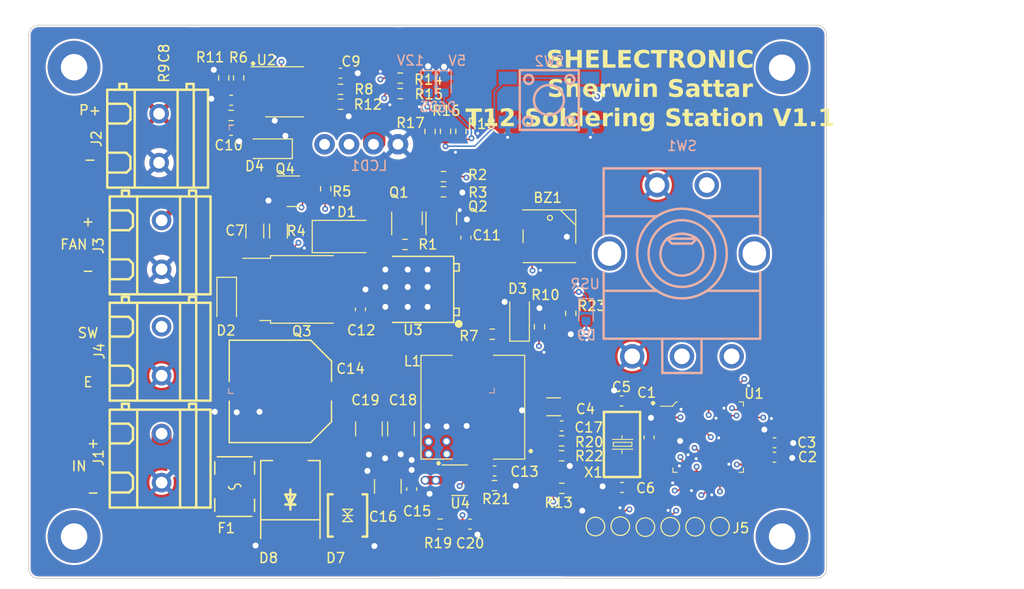
<source format=kicad_pcb>
(kicad_pcb (version 20221018) (generator pcbnew)
  (layers (0 "F.Cu" mixed) (1 "In1.Cu" power) (2 "In2.Cu" signal) (31 "B.Cu" power) (34 "B.Paste" user) (35 "F.Paste" user) (36 "B.SilkS" user "B.Silkscreen") (37 "F.SilkS" user "F.Silkscreen") (38 "B.Mask" user) (39 "F.Mask" user) (44 "Edge.Cuts" user))
  (net 0 "")
  (net 1 "GND")
  (net 2 "5V")
  (net 3 "AREF")
  (net 4 "XTAL1")
  (net 5 "XTAL2")
  (net 6 "Net-(D1-K)")
  (net 7 "P+")
  (net 8 "Net-(D4-A)")
  (net 9 "12V")
  (net 10 "Vin")
  (net 11 "Net-(U4-BOOT)")
  (net 12 "Net-(U4-SW)")
  (net 13 "Net-(U4-FB)")
  (net 14 "Net-(D2-K)")
  (net 15 "ADC1")
  (net 16 "Net-(D5-A)")
  (net 17 "Net-(D6-A)")
  (net 18 "Net-(F1-Pad1)")
  (net 19 "FAN")
  (net 20 "D10")
  (net 21 "Net-(Q1-G)")
  (net 22 "Net-(Q2-B)")
  (net 23 "Net-(Q4-B)")
  (net 24 "D4")
  (net 25 "D9")
  (net 26 "ADC0")
  (net 27 "Net-(U2--IN_A)")
  (net 28 "Net-(U2-+IN_B)")
  (net 29 "SDA")
  (net 30 "SCL")
  (net 31 "RESET")
  (net 32 "Net-(U4-EN)")
  (net 33 "D5")
  (net 35 "D6")
  (net 36 "D7")
  (net 37 "D8")
  (net 38 "MOSI")
  (net 39 "MISO")
  (net 40 "SCK")
  (net 47 "Net-(U2--IN_B)")
  (net 49 "Net-(D9-K)")
  (net 50 "Net-(D9-A)")
  (footprint "SHERWIN_FOOTPRINT:Buzzer" (layer "F.Cu") (at 150.3426 111.5314)
    (fp_text reference "BZ1")
    (fp_text value "~")
  )
  (footprint "Capacitor_SMD:C_0603_1608Metric" (layer "F.Cu") (at 142.253 150.2156)
    (fp_text reference "C20")
    (fp_text value "100n")
  )
  (footprint "Resistor_SMD:R_0603_1608Metric" (layer "F.Cu") (at 139.549 116.2568 180)
    (fp_text reference "R3")
    (fp_text value "10k")
  )
  (footprint "Diode_SMD:D_SMA" (layer "F.Cu") (at 129.643 120.8278)
    (fp_text reference "D1")
    (fp_text value "D_Schottky_SS54")
  )
  (footprint "Diode_SMD:D_SOD-123" (layer "F.Cu") (at 117.3988 127.3556 -90)
    (fp_text reference "D2")
    (fp_text value "D_Zener_18V")
  )
  (footprint "easyeda2kicad:CAP-SMD_BD10.0-L10.3-W10.3-LS10.9-FD" (layer "F.Cu") (at 122.8852 136.652 180)
    (fp_text reference "C14")
    (fp_text value "680uF")
  )
  (footprint "Capacitor_SMD:C_1210_3225Metric" (layer "F.Cu") (at 131.9276 140.4874 -90)
    (fp_text reference "C19")
    (fp_text value "22u")
  )
  (footprint "Capacitor_SMD:C_0603_1608Metric" (layer "F.Cu") (at 129.019 104.14 180)
    (fp_text reference "C9")
    (fp_text value "100n")
  )
  (footprint "MountingHole:MountingHole_2.7mm_M2.5_Pad_TopBottom" (layer "F.Cu") (at 174.1424 103.5812)
    (fp_text reference "H3" hide)
    (fp_text value "MountingHole")
  )
  (footprint "Resistor_SMD:R_0603_1608Metric" (layer "F.Cu") (at 135.128 104.648)
    (fp_text reference "R14")
    (fp_text value "10k")
  )
  (footprint "Package_TO_SOT_SMD:SOT-23-6" (layer "F.Cu") (at 141.1931 145.7296)
    (fp_text reference "U4")
    (fp_text value "TPS54202H")
  )
  (footprint "Capacitor_SMD:C_0603_1608Metric" (layer "F.Cu") (at 173.359 143.377 180)
    (fp_text reference "C2")
    (fp_text value "100n")
  )
  (footprint "Resistor_SMD:R_0603_1608Metric" (layer "F.Cu") (at 139.5476 114.7064 180)
    (fp_text reference "R2")
    (fp_text value "1k")
  )
  (footprint "Capacitor_SMD:C_0603_1608Metric" (layer "F.Cu") (at 157.734 137.632)
    (fp_text reference "C5")
    (fp_text value "22p")
  )
  (footprint "Capacitor_SMD:C_1206_3216Metric" (layer "F.Cu") (at 120.269 120.269 -90)
    (fp_text reference "C7")
    (fp_text value "10u")
  )
  (footprint "Resistor_SMD:R_0603_1608Metric" (layer "F.Cu") (at 139.7508 110.0836 90)
    (fp_text reference "R16")
    (fp_text value "10k")
  )
  (footprint "Resistor_SMD:R_0603_1608Metric" (layer "F.Cu") (at 144.526 130.81 180)
    (fp_text reference "R7")
    (fp_text value "47k")
  )
  (footprint "Capacitor_SMD:C_0603_1608Metric" (layer "F.Cu") (at 131.064 128.27 90)
    (fp_text reference "C12")
    (fp_text value "330n")
  )
  (footprint "Package_SO:SOIC-8_3.9x4.9mm_P1.27mm" (layer "F.Cu") (at 123.317 106.045)
    (fp_text reference "U2")
    (fp_text value "OPA2333AIDR")
  )
  (footprint "MountingHole:MountingHole_2.7mm_M2.5_Pad_TopBottom" (layer "F.Cu") (at 101.8032 103.5304)
    (fp_text reference "H1" hide)
    (fp_text value "MountingHole")
  )
  (footprint "Capacitor_SMD:C_0603_1608Metric" (layer "F.Cu") (at 160.5534 141.351 -90)
    (fp_text reference "C1")
    (fp_text value "100n")
  )
  (footprint "SHERWIN_FOOTPRINT:ISP_1x6" (layer "F.Cu") (at 172.8724 150.4804 -90)
    (fp_text reference "J5")
    (fp_text value "~")
  )
  (footprint "Resistor_SMD:R_0603_1608Metric" (layer "F.Cu") (at 151.638 146.558)
    (fp_text reference "R13")
    (fp_text value "10k")
  )
  (footprint "Resistor_SMD:R_0603_1608Metric" (layer "F.Cu") (at 135.128 106.235)
    (fp_text reference "R15")
    (fp_text value "10k")
  )
  (footprint "Capacitor_SMD:C_1210_3225Metric" (layer "F.Cu") (at 135.2042 140.4874 -90)
    (fp_text reference "C18")
    (fp_text value "22u")
  )
  (footprint "Inductor_SMD:L_10.4x10.4_H4.8" (layer "F.Cu") (at 142.5448 138.2678 90)
    (fp_text reference "L1")
    (fp_text value "15u")
  )
  (footprint "Capacitor_SMD:C_0603_1608Metric" (layer "F.Cu") (at 136.2964 146.6342 90)
    (fp_text reference "C15")
    (fp_text value "100n")
  )
  (footprint "Resistor_SMD:R_0603_1608Metric" (layer "F.Cu") (at 151.6126 141.7066 180)
    (fp_text reference "R20")
    (fp_text value "100k")
  )
  (footprint "Resistor_SMD:R_0603_1608Metric" (layer "F.Cu") (at 139.205 150.2156)
    (fp_text reference "R19")
    (fp_text value "510k")
  )
  (footprint "Diode_SMD:D_SOD-123" (layer "F.Cu") (at 121.7412 111.8616 180)
    (fp_text reference "D4")
    (fp_text value "1N4148W")
  )
  (footprint "Capacitor_SMD:C_0603_1608Metric" (layer "F.Cu") (at 117.856 106.9086)
    (fp_text reference "C8")
    (fp_text value "2.2n")
  )
  (footprint "Package_TO_SOT_SMD:TO-252-2" (layer "F.Cu") (at 125.182 126.232)
    (fp_text reference "Q3")
    (fp_text value "IRLR7843TRPBF")
  )
  (footprint "easyeda2kicad:CONN-TH_2P-P5.00_WJ128V-5.0-2P" (layer "F.Cu") (at 110.744 132.548 -90)
    (fp_text reference "J4")
    (fp_text value "SW E IRON")
  )
  (footprint "Resistor_SMD:R_0603_1608Metric" (layer "F.Cu") (at 127.508 115.951 90)
    (fp_text reference "R5")
    (fp_text value "10k")
  )
  (footprint "Capacitor_SMD:C_0603_1608Metric" (layer "F.Cu") (at 157.7848 146.4712)
    (fp_text reference "C6")
    (fp_text value "22p")
  )
  (footprint "easyeda2kicad:CONN-TH_2P-P5.00_WJ128V-5.0-2P" (layer "F.Cu") (at 110.744 121.6844 -90)
    (fp_text reference "J3")
    (fp_text value "+12V FAN")
  )
  (footprint "Package_TO_SOT_SMD:SOT-23" (layer "F.Cu") (at 135.8138 118.9713 90)
    (fp_text reference "Q1")
    (fp_text value "PMOS")
  )
  (footprint "Capacitor_SMD:C_0603_1608Metric" (layer "F.Cu") (at 173.3714 141.9038 180)
    (fp_text reference "C3")
    (fp_text value "100n")
  )
  (footprint "Capacitor_SMD:C_1206_3216Metric" (layer "F.Cu") (at 150.7998 138.2268)
    (fp_text reference "C4")
    (fp_text value "47u")
  )
  (footprint "Capacitor_SMD:C_0603_1608Metric" (layer "F.Cu") (at 151.6126 140.1826 180)
    (fp_text reference "C17")
    (fp_text value "75p")
  )
  (footprint "Capacitor_SMD:C_1210_3225Metric" (layer "F.Cu") (at 133.858 146.3548 90)
    (fp_text reference "C16")
    (fp_text value "10u")
  )
  (footprint "Resistor_SMD:R_0603_1608Metric" (layer "F.Cu") (at 152.5524 128.6886 -90)
    (fp_text reference "R23")
    (fp_text value "1.5k")
  )
  (footprint "easyeda2kicad:TO-252-2_L6.5-W6.1-P4.58-LS10.0-TL" (layer "F.Cu") (at 138.783 126.218)
    (fp_text reference "U3")
    (fp_text value "L78M12CDT-TR")
  )
  (footprint "Capacitor_SMD:C_0603_1608Metric" (layer "F.Cu") (at 141.8336 120.9424 90)
    (fp_text reference "C11")
    (fp_text value "100n")
  )
  (footprint "Resistor_SMD:R_0603_1608Metric" (layer "F.Cu") (at 144.7546 146.2786)
    (fp_text reference "R21")
    (fp_text value "100k")
  )
  (footprint "digikey-footprints:TQFP-32_7x7mm" (layer "F.Cu") (at 166.5896 141.3196)
    (fp_text reference "U1")
    (fp_text value "ATMEGA328PB-AU")
  )
  (footprint "easyeda2kicad:F1812" (layer "F.Cu") (at 118.2116 146.3804 90)
    (fp_text reference "F1")
    (fp_text value "1812L300/24GR")
  )
  (footprint "easyeda2kicad:CONN-TH_2P-P5.00_WJ128V-5.0-2P" (layer "F.Cu") (at 110.49 110.784 -90)
    (fp_text reference "J2")
    (fp_text value "P+ P- IRON")
  )
  (footprint "Resistor_SMD:R_0603_1608Metric" (layer "F.Cu") (at 129.032 107.315 180)
    (fp_text reference "R12")
    (fp_text value "10k")
  )
  (footprint "MountingHole:MountingHole_2.7mm_M2.5_Pad_TopBottom" (layer "F.Cu") (at 174.1424 151.4856)
    (fp_text reference "H4" hide)
    (fp_text value "MountingHole")
  )
  (footprint "Resistor_SMD:R_0603_1608Metric" (layer "F.Cu") (at 118.618 104.6226 -90)
    (fp_text reference "R6")
    (fp_text value "200k")
  )
  (footprint "Capacitor_SMD:C_0603_1608Metric" (layer "F.Cu") (at 117.843 109.982 180)
    (fp_text reference "C10")
    (fp_text value "1u")
  )
  (footprint "easyeda2kicad:CONN-TH_2P-P5.00_WJ128V-5.0-2P" (layer "F.Cu") (at 110.744 143.47 -90)
    (fp_text reference "J1")
    (fp_text value "20V- 2A")
  )
  (footprint "Resistor_SMD:R_0603_1608Metric" (layer "F.Cu") (at 138.176 110.0958 90)
    (fp_text reference "R17")
    (fp_text value "8.9k")
  )
  (footprint "Package_TO_SOT_SMD:SOT-23" (layer "F.Cu") (at 139.319 118.9713 90)
    (fp_text reference "Q2")
    (fp_text value "MMBT2222A")
  )
  (footprint "Resistor_SMD:R_0603_1608Metric" (layer "F.Cu") (at 129.032 105.791 180)
    (fp_text reference "R8")
    (fp_text value "10k")
  )
  (footprint "Resistor_SMD:R_0603_1608Metric" (layer "F.Cu") (at 117.8438 108.458)
    (fp_text reference "R9")
    (fp_text value "10k")
  )
  (footprint "Capacitor_SMD:C_0603_1608Metric" (layer "F.Cu") (at 144.7676 144.78)
    (fp_text reference "C13")
    (fp_text value "100n")
  )
  (footprint "Resistor_SMD:R_0603_1608Metric" (layer "F.Cu") (at 135.6106 121.6406)
    (fp_text reference "R1")
    (fp_text value "1k")
  )
  (footprint "Package_TO_SOT_SMD:SOT-23" (layer "F.Cu") (at 124.206 116.205)
    (fp_text reference "Q4")
    (fp_text value "FMMT619")
  )
  (footprint "Diode_SMD:D_SOD-123" (layer "F.Cu") (at 147.32 129.159 90)
    (fp_text reference "D3")
    (fp_text value "D_Zener_5V1")
  )
  (footprint "easyeda2kicad:DO-214AA_L4.4-W3.6-LS5.3-BI" (layer "F.Cu") (at 129.7432 149.3268 -90)
    (fp_text reference "D7")
    (fp_text value "P6SMB")
  )
  (footprint "Resistor_SMD:R_0603_1608Metric" (layer "F.Cu") (at 117.094 104.6226 -90)
    (fp_text reference "R11")
    (fp_text value "1k")
  )
  (footprint "Resistor_SMD:R_0603_1608Metric" (layer "F.Cu") (at 149.352 130.048 -90)
    (fp_text reference "R10")
    (fp_text value "10k")
  )
  (footprint "easyeda2kicad:SMC_L6.9-W5.9-LS7.9-RD" (layer "F.Cu") (at 123.9012 147.7012 90)
    (fp_text reference "D8")
    (fp_text value "SK104C")
  )
  (footprint "MountingHole:MountingHole_2.7mm_M2.5_Pad_TopBottom" (layer "F.Cu") (at 101.8032 151.4856)
    (fp_text reference "H2" hide)
    (fp_text value "MountingHole")
  )
  (footprint "Resistor_SMD:R_0603_1608Metric" (layer "F.Cu") (at 141.3256 110.0836 -90)
    (fp_text reference "R18")
    (fp_text value "1.5k")
  )
  (footprint "easyeda2kicad:OSC-SMD_L5.0-W3.2" (layer "F.Cu") (at 157.7848 142.0696 90)
    (fp_text reference "X1")
    (fp_text value "16MHZ")
  )
  (footprint "Resistor_SMD:R_0603_1608Metric" (layer "F.Cu") (at 151.6126 143.2306)
    (fp_text reference "R22")
    (fp_text value "13.3k")
  )
  (footprint "Resistor_SMD:R_1206_3216Metric" (layer "F.Cu") (at 122.682 120.269 -90)
    (fp_text reference "R4")
    (fp_text value "1k")
  )
  (footprint "easyeda2kicad:KEY-SMD_4P-L6.0-W6.0-P4.50-LS9.0" (layer "B.Cu") (at 150.3172 106.8832 180)
    (fp_text reference "SW2")
    (fp_text value "PTS645SH50SMTR92LFS")
  )
  (footprint "easyeda2kicad:SW-TH_PEC16-4020F-S0024" (layer "B.Cu") (at 163.9062 124.32 180)
    (fp_text reference "SW1")
    (fp_text value "PEC16-4020F-S0024")
  )
  (footprint "LED_SMD:LED_0603_1608Metric" (layer "B.Cu") (at 154.1072 128.6656 -90)
    (fp_text reference "D9")
    (fp_text value "LED")
  )
  (footprint "LED_SMD:LED_0603_1608Metric" (layer "B.Cu") (at 137.9728 105.3592 -90)
    (fp_text reference "D5")
    (fp_text value "LED")
  )
  (footprint "SHERWIN_FOOTPRINT:oled0.96_4pin" (layer "B.Cu") (at 144.8816 109.2708 180)
    (fp_text reference "LCD1")
    (fp_text value "SSD1306")
  )
  (footprint "LED_SMD:LED_0603_1608Metric" (layer "B.Cu") (at 139.5984 105.3592 -90)
    (fp_text reference "D6")
    (fp_text value "LED")
  )
  (gr_arc (start 97.171079 100.235801) (mid 97.4616 99.534421) (end 98.16298 99.2439) (stroke (width 0.1)) (layer "Edge.Cuts"))
  (gr_line (start 178.663786 100.311776) (end 178.676521 154.754021) (stroke (width 0.1)) (layer "Edge.Cuts"))
  (gr_line (start 177.6748 99.2439) (end 98.1648 99.2439) (stroke (width 0.1)) (layer "Edge.Cuts"))
  (gr_arc (start 178.676521 154.754021) (mid 178.386 155.4554) (end 177.68462 155.745922) (stroke (width 0.1)) (layer "Edge.Cuts"))
  (gr_line (start 97.171079 100.235801) (end 97.171079 154.75402) (stroke (width 0.1)) (layer "Edge.Cuts"))
  (gr_line (start 177.68462 155.745922) (end 98.16298 155.745921) (stroke (width 0.1)) (layer "Edge.Cuts"))
  (gr_arc (start 98.16298 155.745921) (mid 97.4616 155.4554) (end 97.171079 154.75402) (stroke (width 0.1)) (layer "Edge.Cuts"))
  (gr_arc (start 177.6748 99.2439) (mid 178.402545 99.561817) (end 178.663786 100.311776) (stroke (width 0.1)) (layer "Edge.Cuts"))
  (gr_text "12V\n\n" (at 136.1694 103.6574) (layer "B.SilkS") (effects (font (size 1.016 1) (thickness 0.1524)) (justify mirror)))
  (gr_text "USR" (at 154.0256 125.6792) (layer "B.SilkS") (effects (font (size 1.016 1) (thickness 0.1524)) (justify mirror)))
  (gr_text "5V\n" (at 140.9446 102.87) (layer "B.SilkS") (effects (font (size 1.016 1) (thickness 0.1524)) (justify mirror)))
  (gr_text "-\n" (at 103.759 146.9644) (layer "F.SilkS") (effects (font (size 1.016 1) (thickness 0.1524))))
  (gr_text "+" (at 103.759 141.9352) (layer "F.SilkS") (effects (font (size 1.016 1) (thickness 0.1524))))
  (gr_text "SHELECTRONIC\nSherwin Sattar\nT12 Soldering Station V1.1" (at 160.655 109.855) (layer "F.SilkS") (effects (font (size 1.778 1.778) (thickness 0.1778) bold) (justify bottom)))
  (gr_text "+" (at 103.2256 119.2784) (layer "F.SilkS") (effects (font (size 1.016 1) (thickness 0.1524))))
  (gr_text "." (at 147.9042 143.0274) (layer "F.SilkS") (effects (font (size 1.524 1.5) (thickness 0.3048) bold) (justify left bottom)))
  (gr_text "FAN" (at 101.7778 121.6406) (layer "F.SilkS") (effects (font (size 1.016 1) (thickness 0.1524))))
  (gr_text "." (at 138.4808 144.272) (layer "F.SilkS") (effects (font (size 1.524 1.5) (thickness 0.3048) bold) (justify left bottom)))
  (gr_text "." (at 119.5324 103.4288) (layer "F.SilkS") (effects (font (size 1.524 1.5) (thickness 0.3048) bold) (justify left bottom)))
  (gr_text "SW" (at 103.2256 130.683) (layer "F.SilkS") (effects (font (size 1.016 1) (thickness 0.1524))))
  (gr_text "-\n" (at 103.2256 124.3076) (layer "F.SilkS") (effects (font (size 1.016 1) (thickness 0.1524))))
  (gr_text "IN" (at 102.3112 144.2974) (layer "F.SilkS") (effects (font (size 1.016 1) (thickness 0.1524))))
  (gr_text "P+" (at 103.4288 107.9246) (layer "F.SilkS") (effects (font (size 1.016 1) (thickness 0.1524))))
  (gr_text "E\n" (at 103.2256 135.7122) (layer "F.SilkS") (effects (font (size 1.016 1) (thickness 0.1524))))
  (gr_text "-\n" (at 103.4288 112.9538) (layer "F.SilkS") (effects (font (size 1.016 1) (thickness 0.1524))))
  (gr_text "." (at 160.401 138.1252) (layer "F.SilkS") (effects (font (size 1.524 1.5) (thickness 0.3048) bold) (justify left bottom)))
  (segment (start 118.3852 138.756) (end 118.4148 138.7856) (width 0.762) (layer "F.Cu") (net 1))
  (segment (start 116.84 136.652) (end 116.1796 137.3124) (width 0.762) (layer "F.Cu") (net 1))
  (segment (start 147.32 127.509) (end 145.797 127.509) (width 0.762) (layer "F.Cu") (net 1))
  (segment (start 161.5054 140.1196) (end 162.3896 140.1196) (width 0.508) (layer "F.Cu") (net 1))
  (segment (start 175.251 141.9038) (end 175.2764 141.9292) (width 0.508) (layer "F.Cu") (net 1))
  (segment (start 175.0986 143.377) (end 175.1748 143.4532) (width 0.508) (layer "F.Cu") (net 1))
  (segment (start 121.354 151.3912) (end 120.3452 152.4) (width 0.762) (layer "F.Cu") (net 1))
  (segment (start 116.078 103.7976) (end 117.094 103.7976) (width 0.508) (layer "F.Cu") (net 1))
  (segment (start 118.3852 136.652) (end 116.84 136.652) (width 0.762) (layer "F.Cu") (net 1))
  (segment (start 131.875 144.8798) (end 131.7752 144.78) (width 0.762) (layer "F.Cu") (net 1))
  (segment (start 153.7208 149.1088) (end 155.0724 150.4604) (width 0.762) (layer "F.Cu") (net 1))
  (segment (start 129.857 108.5474) (end 129.857 107.315) (width 0.508) (layer "F.Cu") (net 1))
  (segment (start 147.9296 138.2268) (end 149.3248 138.2268) (width 0.762) (layer "F.Cu") (net 1))
  (segment (start 161.049 140.576) (end 161.5054 140.1196) (width 0.508) (layer "F.Cu") (net 1))
  (segment (start 131.064 126.746) (end 131.572 126.238) (width 0.762) (layer "F.Cu") (net 1))
  (segment (start 135.2042 141.9624) (end 135.2042 143.0528) (width 0.762) (layer "F.Cu") (net 1))
  (segment (start 152.5524 129.5136) (end 152.5524 130.81) (width 0.762) (layer "F.Cu") (net 1))
  (segment (start 155.8036 146.4056) (end 155.8692 146.4712) (width 0.762) (layer "F.Cu") (net 1))
  (segment (start 147.568938 138.587462) (end 147.9296 138.2268) (width 0.762) (layer "F.Cu") (net 1))
  (segment (start 115.9002 106.7562) (end 115.824 106.7562) (width 0.2032) (layer "F.Cu") (net 1))
  (segment (start 145.5796 146.2786) (end 146.9136 146.2786) (width 0.762) (layer "F.Cu") (net 1))
  (segment (start 141.4028 116.2568) (end 141.478 116.332) (width 0.254) (layer "F.Cu") (net 1))
  (segment (start 117.081 106.9086) (end 116.0526 106.9086) (width 0.508) (layer "F.Cu") (net 1))
  (segment (start 145.797 127.509) (end 145.796 127.508) (width 0.762) (layer "F.Cu") (net 1))
  (segment (start 149.352 129.223) (end 149.352 128.143) (width 0.762) (layer "F.Cu") (net 1))
  (segment (start 116.0526 106.9086) (end 115.9002 106.7562) (width 0.2032) (layer "F.Cu") (net 1))
  (segment (start 131.5724 151.5368) (end 132.4864 152.4508) (width 0.762) (layer "F.Cu") (net 1))
  (segment (start 160.5534 140.576) (end 161.049 140.576) (width 0.508) (layer "F.Cu") (net 1))
  (segment (start 141.1986 118.437066) (end 141.1986 118.1354) (width 0.508) (layer "F.Cu") (net 1))
  (segment (start 140.374 116.2568) (end 141.4028 116.2568) (width 0.254) (layer "F.Cu") (net 1))
  (segment (start 156.959 137.632) (end 156.959 136.5634) (width 0.762) (layer "F.Cu") (net 1))
  (segment (start 136.2964 144.6784) (end 136.2964 145.8592) (width 0.762) (layer "F.Cu") (net 1))
  (segment (start 123.9012 151.3912) (end 121.354 151.3912) (width 0.762) (layer "F.Cu") (net 1))
  (segment (start 118.3852 136.652) (end 120.1928 136.652) (width 0.762) (layer "F.Cu") (net 1))
  (segment (start 131.9276 141.9624) (end 131.9276 143.1036) (width 0.762) (layer "F.Cu") (net 1))
  (segment (start 143.028 150.2156) (end 143.028 151.2694) (width 0.762) (layer "F.Cu") (net 1))
  (segment (start 155.8692 146.4712) (end 157.0098 146.4712) (width 0.762) (layer "F.Cu") (net 1))
  (segment (start 120.7516 137.2108) (end 120.7516 138.7348) (width 0.762) (layer "F.Cu") (net 1))
  (segment (start 146.9136 146.2786) (end 146.939 146.304) (width 0.762) (layer "F.Cu") (net 1))
  (segment (start 141.9352 119.0882) (end 141.8336 119.1898) (width 0.762) (layer "F.Cu") (net 1))
  (segment (start 153.7208 148.844) (end 153.7208 149.1088) (width 0.762) (layer "F.Cu") (net 1))
  (segment (start 170.7896 140.9196) (end 171.968 140.9196) (width 0.508) (layer "F.Cu") (net 1))
  (segment (start 174.1464 141.9038) (end 175.251 141.9038) (width 0.508) (layer "F.Cu") (net 1))
  (segment (start 141.8336 119.1898) (end 141.8336 120.1674) (width 0.762) (layer "F.Cu") (net 1))
  (segment (start 123.3912 110.5428) (end 123.3932 110.5408) (width 0.762) (layer "F.Cu") (net 1))
  (segment (start 136.2964 143.662897) (end 136.2964 144.6784) (width 0.762) (layer "F.Cu") (net 1))
  (segment (start 133.858 144.8798) (end 133.858 143.764) (width 0.762) (layer "F.Cu") (net 1))
  (segment (start 152.4376 143.2306) (end 152.4376 144.2588) (width 0.762) (layer "F.Cu") (net 1))
  (segment (start 133.858 143.764) (end 133.5786 143.4846) (width 0.762) (layer "F.Cu") (net 1))
  (segment (start 118.618 109.982) (end 118.618 111.0488) (width 0.508) (layer "F.Cu") (net 1))
  (segment (start 122.301 108.2294) (end 122.301 108.9914) (width 0.508) (layer "F.Cu") (net 1))
  (segment (start 131.064 127.495) (end 131.064 126.746) (width 0.762) (layer "F.Cu") (net 1))
  (segment (start 135.2042 143.0528) (end 135.1788 143.0782) (width 0.762) (layer "F.Cu") (net 1))
  (segment (start 116.1796 137.3124) (end 116.1796 138.7348) (width 0.762) (layer "F.Cu") (net 1))
  (segment (start 118.618 111.0488) (end 118.6688 111.0996) (width 0.2032) (layer "F.Cu") (net 1))
  (segment (start 140.485833 119.149833) (end 141.1986 118.437066) (width 0.508) (layer "F.Cu") (net 1))
  (segment (start 123.3912 111.8616) (end 123.3912 110.5428) (width 0.762) (layer "F.Cu") (net 1))
  (segment (start 162.3896 141.7196) (end 163.716 141.7196) (width 0.508) (layer "F.Cu") (net 1))
  (segment (start 152.4376 144.2588) (end 152.4508 144.272) (width 0.762) (layer "F.Cu") (net 1))
  (segment (start 152.146 122.5296) (end 152.146 120.8532) (width 0.762) (layer "F.Cu") (net 1))
  (segment (start 155.8036 146.3548) (end 155.8036 146.4056) (width 0.762) (layer "F.Cu") (net 1))
  (segment (start 122.0216 107.95) (end 122.301 108.2294) (width 0.508) (layer "F.Cu") (net 1))
  (segment (start 160.7439 139.3571) (end 160.5534 139.5476) (width 0.508) (layer "F.Cu") (net 1))
  (segment (start 160.5534 139.5476) (end 160.5534 140.576) (width 0.508) (layer "F.Cu") (net 1))
  (segment (start 143.028 151.2694) (end 143.015 151.2824) (width 0.762) (layer "F.Cu") (net 1))
  (segment (start 118.3852 136.652) (end 118.3852 138.756) (width 0.762) (layer "F.Cu") (net 1))
  (segment (start 129.794 104.14) (end 130.7846 104.14) (width 0.508) (layer "F.Cu") (net 1))
  (segment (start 156.959 136.5634) (end 156.972 136.5504) (width 0.762) (layer "F.Cu") (net 1))
  (segment (start 171.968 140.9196) (end 172.33 140.5576) (width 0.508) (layer "F.Cu") (net 1))
  (segment (start 140.269 119.366666) (end 140.485833 119.149833) (width 0.508) (layer "F.Cu") (net 1))
  (segment (start 140.269 119.9088) (end 140.269 119.366666) (width 0.508) (layer "F.Cu") (net 1))
  (segment (start 133.858 144.8798) (end 131.875 144.8798) (width 0.762) (layer "F.Cu") (net 1))
  (segment (start 121.666 117.155) (end 123.2685 117.155) (width 0.508) (layer "F.Cu") (net 1))
  (segment (start 174.134 143.377) (end 175.0986 143.377) (width 0.508) (layer "F.Cu") (net 1))
  (segment (start 120.1928 136.652) (end 120.7516 137.2108) (width 0.762) (layer "F.Cu") (net 1))
  (segment (start 129.7432 151.5368) (end 131.5724 151.5368) (width 0.762) (layer "F.Cu") (net 1))
  (segment (start 120.842 107.95) (end 122.0216 107.95) (width 0.508) (layer "F.Cu") (net 1))
  (via (at 136.2964 144.6784) (size 0.9144) (drill 0.6096) (layers "F.Cu" "B.Cu") (net 1))
  (via (at 128.255922 117.860489) (size 0.6096) (drill 0.3048) (layers "F.Cu" "B.Cu") (net 1))
  (via (at 115.824 106.7562) (size 0.9144) (drill 0.6096) (layers "F.Cu" "B.Cu") (net 1))
  (via (at 118.6688 111.0996) (size 0.9144) (drill 0.6096) (layers "F.Cu" "B.Cu") (net 1))
  (via (at 155.8036 146.3548) (size 0.9144) (drill 0.6096) (layers "F.Cu" "B.Cu") (net 1))
  (via (at 162.495388 148.809214) (size 0.6096) (drill 0.3048) (layers "F.Cu" "B.Cu") (net 1))
  (via (at 152.5524 130.81) (size 0.9144) (drill 0.6096) (layers "F.Cu" "B.Cu") (net 1))
  (via (at 121.666 117.155) (size 0.9144) (drill 0.6096) (layers "F.Cu" "B.Cu") (net 1))
  (via (at 120.3452 152.4) (size 0.9144) (drill 0.6096) (layers "F.Cu" "B.Cu") (net 1))
  (via (at 175.2764 141.9292) (size 0.9144) (drill 0.6096) (layers "F.Cu" "B.Cu") (net 1))
  (via (at 141.478 116.332) (size 0.9144) (drill 0.6096) (layers "F.Cu" "B.Cu") (net 1))
  (via (at 155.943617 106.113486) (size 0.6096) (drill 0.3048) (layers "F.Cu" "B.Cu") (net 1))
  (via (at 118.4148 138.7856) (size 0.9144) (drill 0.6096) (layers "F.Cu" "B.Cu") (net 1))
  (via (at 116.078 103.7976) (size 0.9144) (drill 0.6096) (layers "F.Cu" "B.Cu") (net 1))
  (via (at 141.1986 118.1354) (size 0.8) (drill 0.4) (layers "F.Cu" "B.Cu") (net 1))
  (via (at 122.301 108.9914) (size 0.9144) (drill 0.6096) (layers "F.Cu" "B.Cu") (net 1))
  (via (at 138.1252 147.1168) (size 0.9144) (drill 0.6096) (layers "F.Cu" "B.Cu") (net 1))
  (via (at 149.452585 124.278608) (size 0.6096) (drill 0.3048) (layers "F.Cu" "B.Cu") (net 1))
  (via (at 140.7668 112.2167) (size 0.6096) (drill 0.3048) (layers "F.Cu" "B.Cu") (net 1))
  (via (at 146.1008 110.6932) (size 0.6096) (drill 0.3048) (layers "F.Cu" "B.Cu") (net 1))
  (via (at 173.0502 139.4206) (size 0.6096) (drill 0.3048) (layers "F.Cu" "B.Cu") (net 1))
  (via (at 137.084297 107.569) (size 0.6096) (drill 0.3048) (layers "F.Cu" "B.Cu") (net 1))
  (via (at 137.9728 103.4288) (size 0.9144) (drill 0.6096) (layers "F.Cu" "B.Cu") (net 1))
  (via (at 133.604 128.016) (size 0.9144) (drill 0.6096) (layers "F.Cu" "B.Cu") (net 1))
  (via (at 153.7208 148.844) (size 0.9144) (drill 0.6096) (layers "F.Cu" "B.Cu") (net 1))
  (via (at 141.9352 119.0882) (size 0.9144) (drill 0.6096) (layers "F.Cu" "B.Cu") (net 1))
  (via (at 175.1748 143.4532) (size 0.9144) (drill 0.6096) (layers "F.Cu" "B.Cu") (net 1))
  (via (at 129.857 108.5474) (size 0.9144) (drill 0.6096) (layers "F.Cu" "B.Cu") (net 1))
  (via (at 145.796 127.508) (size 0.9144) (drill 0.6096) (layers "F.Cu" "B.Cu") (net 1))
  (via (at 137.922 140.208) (size 0.9144) (drill 0.6096) (layers "F.Cu" "B.Cu") (net 1))
  (via (at 156.972 136.5504) (size 0.9144) (drill 0.6096) (layers "F.Cu" "B.Cu") (net 1))
  (via (at 149.808642 132.663502) (size 0.6096) (drill 0.3048) (layers "F.Cu" "B.Cu") (net 1))
  (via (at 165.362991 143.52861) (size 0.6096) (drill 0.3048) (layers "F.Cu" "B.Cu") (net 1))
  (via (at 131.9276 143.1036) (size 0.9144) (drill 0.6096) (layers "F.Cu" "B.Cu") (net 1))
  (via (at 139.8524 140.2334) (size 0.9144) (drill 0.6096) (layers "F.Cu" "B.Cu") (net 1))
  (via (at 133.5786 143.4846) (size 0.9144) (drill 0.6096) (layers "F.Cu" "B.Cu") (net 1))
  (via (at 154.559 110.6932) (size 0.6096) (drill 0.3048) (layers "F.Cu" "B.Cu") (net 1))
  (via (at 163.813806 138.483517) (size 0.6096) (drill 0.3048) (layers "F.Cu" "B.Cu") (net 1))
  (via (at 167.386 139.3952) (size 0.6096) (drill 0.3048) (layers "F.Cu" "B.Cu") (net 1))
  (via (at 137.922 128.016) (size 0.9144) (drill 0.6096) (layers "F.Cu" "B.Cu") (net 1))
  (via (at 131.7752 144.78) (size 0.9144) (drill 0.6096) (layers "F.Cu" "B.Cu") (net 1))
  (via (at 153.268418 125.685484) (size 0.6096) (drill 0.3048) (layers "F.Cu" "B.Cu") (net 1))
  (via (at 170.703955 136.075868) (size 0.6096) (drill 0.3048) (layers "F.Cu" "B.Cu") (net 1))
  (via (at 163.716 141.7196) (size 0.9144) (drill 0.6096) (layers "F.Cu" "B.Cu") (net 1))
  (via (at 131.572 126.238) (size 0.9144) (drill 0.6096) (layers "F.Cu" "B.Cu") (net 1))
  (via (at 168.704283 144.092415) (size 0.6096) (drill 0.3048) (layers "F.Cu" "B.Cu") (net 1))
  (via (at 135.89 128.016) (size 0.9144) (drill 0.6096) (layers "F.Cu" "B.Cu") (net 1))
  (via (at 166.9542 147.2184) (size 0.6096) (drill 0.3048) (layers "F.Cu" "B.Cu") (net 1))
  (via (at 147.568938 138.587462) (size 0.9144) (drill 0.6096) (layers "F.Cu" "B.Cu") (net 1))
  (via (at 163.647102 144.262098) (size 0.6096) (drill 0.3048) (layers "F.Cu" "B.Cu") (net 1))
  (via (at 143.03906 110.294259) (size 0.6096) (drill 0.3048) (layers "F.Cu" "B.Cu") (net 1))
  (via (at 136.2964 143.662897) (size 0.9144) (drill 0.6096) (layers "F.Cu" "B.Cu") (net 1))
  (via (at 130.7846 104.14) (size 0.9144) (drill 0.6096) (layers "F.Cu" "B.Cu") (net 1))
  (via (at 152.4508 144.272) (size 0.9144) (drill 0.6096) (layers "F.Cu" "B.Cu") (net 1))
  (via (at 123.3932 110.5408) (size 0.9144) (drill 0.6096) (layers "F.Cu" "B.Cu") (net 1))
  (via (at 172.33 140.5576) (size 0.9144) (drill 0.6096) (layers "F.Cu" "B.Cu") (net 1))
  (via (at 164.532634 143.126834) (size 0.6096) (drill 0.3048) (layers "F.Cu" "B.Cu") (net 1))
  (via (at 143.015 151.2824) (size 0.9144) (drill 0.6096) (layers "F.Cu" "B.Cu") (net 1))
  (via (at 133.096 103.962697) (size 0.6096) (drill 0.3048) (layers "F.Cu" "B.Cu") (net 1))
  (via (at 162.958423 146.002228) (size 0.6096) (drill 0.3048) (layers "F.Cu" "B.Cu") (net 1))
  (via (at 139.5984 103.4796) (size 0.9144) (drill 0.6096) (layers "F.Cu" "B.Cu") (net 1))
  (via (at 152.146 120.8532) (size 0.9144) (drill 0.6096) (layers "F.Cu" "B.Cu") (net 1))
  (via (at 167.6654 141.4018) (size 0.6096) (drill 0.3048) (layers "F.Cu" "B.Cu") (net 1))
  (via (at 125.331273 122.011546) (size 0.6096) (drill 0.3048) (layers "F.Cu" "B.Cu") (net 1))
  (via (at 132.4864 152.4508) (size 0.9144) (drill 0.6096) (layers "F.Cu" "B.Cu") (net 1))
  (via (at 164.879516 146.7891) (size 0.6096) (drill 0.3048) (layers "F.Cu" "B.Cu") (net 1))
  (via (at 133.604 125.984) (size 0.9144) (drill 0.6096) (layers "F.Cu" "B.Cu") (net 1))
  (via (at 141.9098 140.1826) (size 0.9144) (drill 0.6096) (layers "F.Cu" "B.Cu") (net 1))
  (via (at 146.939 146.304) (size 0.9144) (drill 0.6096) (layers "F.Cu" "B.Cu") (net 1))
  (via (at 157.581225 148.541777) (size 0.6096) (drill 0.3048) (layers "F.Cu" "B.Cu") (net 1))
  (via (at 116.1796 138.7348) (size 0.9144) (drill 0.6096) (layers "F.Cu" "B.Cu") (net 1))
  (via (at 137.922 125.984) (size 0.9144) (drill 0.6096) (layers "F.Cu" "B.Cu") (net 1))
  (via (at 120.7516 138.7348) (size 0.9144) (drill 0.6096) (layers "F.Cu" "B.Cu") (net 1))
  (via (at 160.7439 139.3571) (size 0.9144) (drill 0.6096) (layers "F.Cu" "B.Cu") (net 1))
  (via (at 135.89 125.984) (size 0.9144) (drill 0.6096) (layers "F.Cu" "B.Cu") (net 1))
  (via (at 135.89 124.206) (size 0.9144) (drill 0.6096) (layers "F.Cu" "B.Cu") (net 1))
  (via (at 133.604 124.206) (size 0.9144) (drill 0.6096) (layers "F.Cu" "B.Cu") (net 1))
  (via (at 168.196556 138.363182) (size 0.6096) (drill 0.3048) (layers "F.Cu" "B.Cu") (net 1))
  (via (at 122.336958 102.484218) (size 0.6096) (drill 0.3048) (layers "F.Cu" "B.Cu") (net 1))
  (via (at 137.922 124.206) (size 0.9144) (drill 0.6096) (layers "F.Cu" "B.Cu") (net 1))
  (via (at 135.1788 143.0782) (size 0.9144) (drill 0.6096) (layers "F.Cu" "B.Cu") (net 1))
  (via (at 149.352 128.143) (size 0.9144) (drill 0.6096) (layers "F.Cu" "B.Cu") (net 1))
  (via (at 134.0612 107.3658) (size 0.6096) (drill 0.3048) (layers "F.Cu" "B.Cu") (net 1))
  (via (at 154.180594 131.39322) (size 0.6096) (drill 0.3048) (layers "F.Cu" "B.Cu") (net 1))
  (segment (start 139.4207 104.8765) (end 139.4714 104.8258) (width 0.2032) (layer "B.Cu") (net 1))
  (segment (start 139.5984 104.5717) (end 139.5984 103.4796) (width 0.762) (layer "B.Cu") (net 1))
  (segment (start 137.9728 104.5717) (end 137.9728 103.4288) (width 0.762) (layer "B.Cu") (net 1))
  (segment (start 152.4376 140.2326) (end 152.3876 140.1826) (width 0.254) (layer "F.Cu") (net 2))
  (segment (start 172.5266 143.3196) (end 172.584 143.377) (width 0.381) (layer "F.Cu") (net 2))
  (segment (start 160.947 142.5196) (end 160.5534 142.126) (width 0.508) (layer "F.Cu") (net 2))
  (segment (start 128.207 105.791) (end 128.207 104.177) (width 0.508) (layer "F.Cu") (net 2))
  (segment (start 128.207 104.177) (end 128.244 104.14) (width 0.381) (layer "F.Cu") (net 2))
  (segment (start 170.7896 143.3196) (end 172.5266 143.3196) (width 0.508) (layer "F.Cu") (net 2))
  (segment (start 162.3896 142.5196) (end 160.947 142.5196) (width 0.508) (layer "F.Cu") (net 2))
  (segment (start 125.792 104.14) (end 128.244 104.14) (width 0.381) (layer "F.Cu") (net 2))
  (segment (start 172.4122 141.7196) (end 170.7896 141.7196) (width 0.2032) (layer "F.Cu") (net 3))
  (segment (start 172.5964 141.9038) (end 172.4122 141.7196) (width 0.2032) (layer "F.Cu") (net 3))
  (segment (start 157.7848 141.1728) (end 159.9632 143.3512) (width 0.1524) (layer "F.Cu") (net 4))
  (segment (start 157.7848 139.3444) (end 158.509 138.6202) (width 0.1524) (layer "F.Cu") (net 4))
  (segment (start 162.358 143.3512) (end 162.3896 143.3196) (width 0.1524) (layer "F.Cu") (net 4))
  (segment (start 157.7848 140.0196) (end 157.7848 141.1728) (width 0.1524) (layer "F.Cu") (net 4))
  (segment (start 158.509 138.6202) (end 158.509 137.632) (width 0.1524) (layer "F.Cu") (net 4))
  (segment (start 159.9632 143.3512) (end 162.358 143.3512) (width 0.1524) (layer "F.Cu") (net 4))
  (segment (start 157.7848 140.0196) (end 157.7848 139.3444) (width 0.1524) (layer "F.Cu") (net 4))
  (segment (start 157.7848 144.6276) (end 158.5598 145.4026) (width 0.1524) (layer "F.Cu") (net 5))
  (segment (start 158.5598 145.4026) (end 158.5598 146.4712) (width 0.1524) (layer "F.Cu") (net 5))
  (segment (start 157.7848 144.1196) (end 157.7848 144.6276) (width 0.1524) (layer "F.Cu") (net 5))
  (segment (start 157.7848 144.1196) (end 162.3896 144.1196) (width 0.1524) (layer "F.Cu") (net 5))
  (segment (start 157.1548 144.7496) (end 157.7848 144.1196) (width 0.1524) (layer "F.Cu") (net 5))
  (segment (start 124.5215 118.8065) (end 122.682 118.8065) (width 0.762) (layer "F.Cu") (net 6))
  (segment (start 122.682 118.8065) (end 120.2815 118.8065) (width 0.762) (layer "F.Cu") (net 6))
  (segment (start 120.2815 118.8065) (end 120.269 118.794) (width 0.762) (layer "F.Cu") (net 6))
  (segment (start 127.643 120.8278) (end 126.5428 120.8278) (width 0.762) (layer "F.Cu") (net 6))
  (segment (start 126.5428 120.8278) (end 124.5215 118.8065) (width 0.762) (layer "F.Cu") (net 6))
  (segment (start 118.631 106.9086) (end 119.22125 106.9086) (width 0.1524) (layer "F.Cu") (net 8))
  (segment (start 119.22125 106.9086) (end 119.44985 106.68) (width 0.1524) (layer "F.Cu") (net 8))
  (segment (start 118.6688 108.458) (end 118.6688 106.9464) (width 0.1524) (layer "F.Cu") (net 8))
  (segment (start 120.0912 109.474) (end 119.0752 108.458) (width 0.1524) (layer "F.Cu") (net 8))
  (segment (start 120.0912 111.8616) (end 120.0912 109.474) (width 0.1524) (layer "F.Cu") (net 8))
  (segment (start 118.6688 106.9464) (end 118.631 106.9086) (width 0.1524) (layer "F.Cu") (net 8))
  (segment (start 119.0752 108.458) (end 118.6688 108.458) (width 0.1524) (layer "F.Cu") (net 8))
  (segment (start 119.44985 106.68) (end 121.223 106.68) (width 0.1524) (layer "F.Cu") (net 8))
  (segment (start 118.617 106.9226) (end 118.631 106.9086) (width 0.1524) (layer "F.Cu") (net 8))
  (segment (start 143.9922 144.7796) (end 143.9926 144.78) (width 0.254) (layer "F.Cu") (net 11))
  (segment (start 142.3306 144.7796) (end 143.9922 144.7796) (width 0.254) (layer "F.Cu") (net 11))
  (segment (start 145.5426 143.3582) (end 144.6022 142.4178) (width 0.254) (layer "F.Cu") (net 12))
  (segment (start 144.6022 142.4178) (end 142.5448 142.4178) (width 0.254) (layer "F.Cu") (net 12))
  (segment (start 137.668 145.7296) (end 138.7602 145.7296) (width 0.889) (layer "F.Cu") (net 12))
  (segment (start 138.7602 145.7296) (end 140.0556 145.7296) (width 0.889) (layer "F.Cu") (net 12))
  (segment (start 145.5426 144.78) (end 145.5426 143.3582) (width 0.254) (layer "F.Cu") (net 12))
  (via (at 139.8778 143.0528) (size 0.9144) (drill 0.6096) (layers "F.Cu" "B.Cu") (net 12))
  (via (at 138.0236 143.0528) (size 0.9144) (drill 0.6096) (layers "F.Cu" "B.Cu") (net 12))
  (via (at 137.668 145.7296) (size 0.9144) (drill 0.6096) (layers "F.Cu" "B.Cu") (net 12))
  (via (at 139.8524 141.7574) (size 0.9144) (drill 0.6096) (layers "F.Cu" "B.Cu") (net 12))
  (via (at 138.0236 141.7828) (size 0.9144) (drill 0.6096) (layers "F.Cu" "B.Cu") (net 12))
  (via (at 138.7602 145.7296) (size 0.9144) (drill 0.6096) (layers "F.Cu" "B.Cu") (net 12))
  (segment (start 150.7876 143.2306) (end 150.7876 141.7066) (width 0.508) (layer "F.Cu") (net 13))
  (segment (start 150.7876 145.1224) (end 150.7876 143.2306) (width 0.508) (layer "F.Cu") (net 13))
  (segment (start 150.7876 141.7066) (end 150.7876 140.2326) (width 0.508) (layer "F.Cu") (net 13))
  (segment (start 143.225 147.574) (end 148.336 147.574) (width 0.508) (layer "F.Cu") (net 13))
  (segment (start 142.3306 146.6796) (end 143.225 147.574) (width 0.508) (layer "F.Cu") (net 13))
  (segment (start 150.7876 140.2326) (end 150.8376 140.1826) (width 0.254) (layer "F.Cu") (net 13))
  (segment (start 148.336 147.574) (end 150.7876 145.1224) (width 0.508) (layer "F.Cu") (net 13))
  (segment (start 124.124812 122.070682) (end 122.7328 122.070682) (width 0.1524) (layer "F.Cu") (net 14))
  (segment (start 120.142 125.095) (end 120.142 123.952) (width 0.1524) (layer "F.Cu") (net 14))
  (segment (start 125.038802 117.856) (end 125.1435 117.751302) (width 0.1524) (layer "F.Cu") (net 14))
  (segment (start 117.3988 125.7056) (end 119.5314 125.7056) (width 0.1524) (layer "F.Cu") (net 14))
  (segment (start 122.682 121.7315) (end 122.682 122.555) (width 0.1524) (layer "F.Cu") (net 14))
  (segment (start 121.285 123.952) (end 120.142 123.952) (width 0.1524) (layer "F.Cu") (net 14))
  (segment (start 119.5314 125.7056) (end 120.142 125.095) (width 0.1524) (layer "F.Cu") (net 14))
  (segment (start 122.682 122.555) (end 121.285 123.952) (width 0.1524) (layer "F.Cu") (net 14))
  (segment (start 125.1435 117.751302) (end 125.1435 116.205) (width 0.1524) (layer "F.Cu") (net 14))
  (segment (start 124.72882 121.466674) (end 124.124812 122.070682) (width 0.1524) (layer "F.Cu") (net 14))
  (via (at 125.038802 117.856) (size 0.6096) (drill 0.3048) (layers "F.Cu" "B.Cu") (net 14))
  (via (at 124.72882 121.466674) (size 0.6096) (drill 0.3048) (layers "F.Cu" "B.Cu") (net 14))
  (segment (start 125.035218 117.856) (end 124.968 117.923218) (width 0.1524) (layer "B.Cu") (net 14))
  (segment (start 125.038802 117.856) (end 125.035218 117.856) (width 0.1524) (layer "B.Cu") (net 14))
  (segment (start 147.319 130.81) (end 147.32 130.809) (width 0.1524) (layer "F.Cu") (net 15))
  (segment (start 149.3012 130.9238) (end 149.352 130.873) (width 0.1524) (layer "F.Cu") (net 15))
  (segment (start 149.3012 132.0292) (end 149.3012 130.9238) (width 0.1524) (layer "F.Cu") (net 15))
  (segment (start 169.015864 138.367404) (end 169.16806 138.5196) (width 0.1524) (layer "F.Cu") (net 15))
  (segment (start 169.16806 138.5196) (end 170.7896 138.5196) (width 0.1524) (layer "F.Cu") (net 15))
  (segment (start 147.384 130.873) (end 147.32 130.809) (width 0.1524) (layer "F.Cu") (net 15))
  (segment (start 145.351 130.81) (end 147.319 130.81) (width 0.1524) (layer "F.Cu") (net 15))
  (segment (start 149.352 130.873) (end 147.384 130.873) (width 0.1524) (layer "F.Cu") (net 15))
  (via (at 169.015864 138.367404) (size 0.6096) (drill 0.3048) (layers "F.Cu" "B.Cu") (net 15))
  (via (at 149.3012 132.0292) (size 0.6096) (drill 0.3048) (layers "F.Cu" "B.Cu") (net 15))
  (segment (start 137.8966 107.569) (end 138.176 107.8484) (width 0.1524) (layer "F.Cu") (net 16))
  (segment (start 138.176 107.8484) (end 138.176 109.2708) (width 0.1524) (layer "F.Cu") (net 16))
  (via (at 137.8966 107.569) (size 0.6096) (drill 0.3048) (layers "F.Cu" "B.Cu") (net 16))
  (segment (start 137.8966 107.569) (end 137.9728 107.4928) (width 0.1524) (layer "B.Cu") (net 16))
  (segment (start 137.9728 107.4928) (end 137.9728 106.1467) (width 0.1524) (layer "B.Cu") (net 16))
  (segment (start 141.3256 110.9086) (end 142.2855 110.9086) (width 0.1524) (layer "F.Cu") (net 17))
  (segment (start 142.2855 110.9086) (end 142.3993 110.7948) (width 0.1524) (layer "F.Cu") (net 17))
  (via (at 142.3993 110.7948) (size 0.6096) (drill 0.3048) (layers "F.Cu" "B.Cu") (net 17))
  (segment (start 142.3993 110.7948) (end 142.3993 109.8873) (width 0.1524) (layer "B.Cu") (net 17))
  (segment (start 142.3993 109.8873) (end 139.5984 107.0864) (width 0.1524) (layer "B.Cu") (net 17))
  (segment (start 139.5984 107.0864) (end 139.5984 106.1467) (width 0.1524) (layer "B.Cu") (net 17))
  (segment (start 116.8755 148.3499) (end 118.2116 148.3499) (width 2.032) (layer "F.Cu") (net 18))
  (segment (start 110.744 140.97) (end 110.744 142.2184) (width 2.032) (layer "F.Cu") (net 18))
  (segment (start 110.744 142.2184) (end 116.8755 148.3499) (width 2.032) (layer "F.Cu") (net 18))
  (segment (start 132.461 118.0338) (end 135.8138 118.0338) (width 0.6096) (layer "F.Cu") (net 19))
  (segment (start 128.5436 114.1164) (end 132.461 118.0338) (width 0.6096) (layer "F.Cu") (net 19))
  (segment (start 111.92 118.0084) (end 118.3132 118.0084) (width 0.6096) (layer "F.Cu") (net 19))
  (segment (start 122.2052 114.1164) (end 128.5436 114.1164) (width 0.6096) (layer "F.Cu") (net 19))
  (segment (start 110.744 119.1844) (end 111.92 118.0084) (width 0.6096) (layer "F.Cu") (net 19))
  (segment (start 118.3132 118.0084) (end 122.2052 114.1164) (width 0.6096) (layer "F.Cu") (net 19))
  (segment (start 150.7744 146.5966) (end 150.813 146.558) (width 0.1524) (layer "F.Cu") (net 20))
  (segment (start 167.7896 146.876518) (end 167.7896 145.5196) (width 0.1524) (layer "F.Cu") (net 20))
  (segment (start 150.7744 147.9062) (end 150.7744 146.5966) (width 0.1524) (layer "F.Cu") (net 20))
  (via (at 167.7896 146.876518) (size 0.6096) (drill 0.3048) (layers "F.Cu" "B.Cu") (net 20))
  (via (at 150.7744 147.9062) (size 0.6096) (drill 0.3048) (layers "F.Cu" "B.Cu") (net 20))
  (segment (start 137.2362 118.0338) (end 135.3612 119.9088) (width 0.1524) (layer "F.Cu") (net 21))
  (segment (start 134.7856 121.6406) (end 134.7856 119.987) (width 0.1524) (layer "F.Cu") (net 21))
  (segment (start 139.319 118.0338) (end 137.2362 118.0338) (width 0.1524) (layer "F.Cu") (net 21))
  (segment (start 134.7856 119.987) (end 134.8638 119.9088) (width 0.1524) (layer "F.Cu") (net 21))
  (segment (start 135.3612 119.9088) (end 134.8638 119.9088) (width 0.1524) (layer "F.Cu") (net 21))
  (segment (start 138.7226 114.7064) (end 138.7226 116.2554) (width 0.1524) (layer "F.Cu") (net 22))
  (segment (start 138.7226 116.2554) (end 138.724 116.2568) (width 0.1524) (layer "F.Cu") (net 22))
  (segment (start 140.1064 117.1829) (end 139.1803 116.2568) (width 0.1524) (layer "F.Cu") (net 22))
  (segment (start 140.1064 118.6434) (end 140.1064 117.1829) (width 0.1524) (layer "F.Cu") (net 22))
  (segment (start 139.1803 116.2568) (end 138.724 116.2568) (width 0.1524) (layer "F.Cu") (net 22))
  (segment (start 138.841 119.9088) (end 140.1064 118.6434) (width 0.1524) (layer "F.Cu") (net 22))
  (segment (start 138.369 119.9088) (end 138.841 119.9088) (width 0.1524) (layer "F.Cu") (net 22))
  (segment (start 127.508 115.126) (end 123.3975 115.126) (width 0.1524) (layer "F.Cu") (net 23))
  (segment (start 123.3975 115.126) (end 123.2685 115.255) (width 0.1524) (layer "F.Cu") (net 23))
  (segment (start 169.3896 136.274) (end 169.3896 137.1196) (width 0.1524) (layer "F.Cu") (net 24))
  (segment (start 170.2816 135.382) (end 169.3896 136.274) (width 0.1524) (layer "F.Cu") (net 24))
  (segment (start 141.8844 114.8075) (end 141.7833 114.7064) (width 0.1524) (layer "F.Cu") (net 24))
  (segment (start 141.7833 114.7064) (end 140.3726 114.7064) (width 0.1524) (layer "F.Cu") (net 24))
  (via (at 170.2816 135.382) (size 0.6096) (drill 0.3048) (layers "F.Cu" "B.Cu") (net 24))
  (via (at 141.8844 114.8075) (size 0.6096) (drill 0.3048) (layers "F.Cu" "B.Cu") (net 24))
  (segment (start 166.0144 147.2438) (end 166.9896 146.2686) (width 0.1524) (layer "F.Cu") (net 25))
  (segment (start 127.4572 116.8268) (end 127.508 116.776) (width 0.1524) (layer "F.Cu") (net 25))
  (segment (start 166.9896 146.2686) (end 166.9896 145.5196) (width 0.1524) (layer "F.Cu") (net 25))
  (segment (start 127.4572 118.0084) (end 127.4572 116.8268) (width 0.1524) (layer "F.Cu") (net 25))
  (segment (start 165.8874 147.2438) (end 166.0144 147.2438) (width 0.1524) (layer "F.Cu") (net 25))
  (via (at 165.8874 147.2438) (size 0.6096) (drill 0.3048) (layers "F.Cu" "B.Cu") (net 25))
  (via (at 127.4572 118.0084) (size 0.6096) (drill 0.3048) (layers "F.Cu" "B.Cu") (net 25))
  (segment (start 122.9868 102.9716) (end 122.9868 103.5304) (width 0.1524) (layer "F.Cu") (net 26))
  (segment (start 172.212 139.3196) (end 170.7896 139.3196) (width 0.1524) (layer "F.Cu") (net 26))
  (segment (start 122.3772 104.14) (end 120.842 104.14) (width 0.1524) (layer "F.Cu") (net 26))
  (segment (start 119.2662 103.7976) (end 119.6086 104.14) (width 0.1524) (layer "F.Cu") (net 26))
  (segment (start 122.9868 103.5304) (end 122.3772 104.14) (width 0.1524) (layer "F.Cu") (net 26))
  (segment (start 118.618 103.7976) (end 119.2662 103.7976) (width 0.1524) (layer "F.Cu") (net 26))
  (segment (start 119.6086 104.14) (end 121.223 104.14) (width 0.1524) (layer "F.Cu") (net 26))
  (via (at 172.212 139.3196) (size 0.6096) (drill 0.3048) (layers "F.Cu" "B.Cu") (net 26))
  (via (at 122.9868 102.9716) (size 0.6096) (drill 0.3048) (layers "F.Cu" "B.Cu") (net 26))
  (segment (start 121.223 105.41) (end 118.6556 105.41) (width 0.1524) (layer "F.Cu") (net 27))
  (segment (start 118.618 105.4476) (end 117.094 105.4476) (width 0.1524) (layer "F.Cu") (net 27))
  (segment (start 118.6556 105.41) (end 118.618 105.4476) (width 0.1524) (layer "F.Cu") (net 27))
  (segment (start 120.6896 105.5624) (end 120.842 105.41) (width 0.2032) (layer "F.Cu") (net 27))
  (segment (start 118.555 105.5624) (end 118.681 105.5624) (width 0.2032) (layer "F.Cu") (net 27))
  (segment (start 129.857 105.791) (end 129.731 105.791) (width 0.1524) (layer "F.Cu") (net 28))
  (segment (start 125.792 107.95) (end 127 107.95) (width 0.1524) (layer "F.Cu") (net 28))
  (segment (start 127.635 107.315) (end 128.207 107.315) (width 0.1524) (layer "F.Cu") (net 28))
  (segment (start 127 107.95) (end 127.635 107.315) (width 0.1524) (layer "F.Cu") (net 28))
  (segment (start 129.731 105.791) (end 128.207 107.315) (width 0.1524) (layer "F.Cu") (net 28))
  (segment (start 167.5384 138.0236) (end 167.7896 137.7724) (width 0.1524) (layer "F.Cu") (net 29))
  (segment (start 167.7896 137.7724) (end 167.7896 137.1196) (width 0.1524) (layer "F.Cu") (net 29))
  (segment (start 169.47131 139.1412) (end 168.0718 139.1412) (width 0.1524) (layer "F.Cu") (net 29))
  (segment (start 134.303 104.648) (end 133.223 104.648) (width 0.1524) (layer "F.Cu") (net 29))
  (segment (start 169.48381 139.1287) (end 169.47131 139.1412) (width 0.1524) (layer "F.Cu") (net 29))
  (segment (start 167.5384 138.6078) (end 167.5384 138.0236) (width 0.1524) (layer "F.Cu") (net 29))
  (segment (start 168.0718 139.1412) (end 167.5384 138.6078) (width 0.1524) (layer "F.Cu") (net 29))
  (segment (start 133.223 104.648) (end 133.096 104.775) (width 0.1524) (layer "F.Cu") (net 29))
  (via (at 133.096 104.775) (size 0.6096) (drill 0.3048) (layers "F.Cu" "B.Cu") (net 29))
  (via (at 169.48381 139.1287) (size 0.6096) (drill 0.3048) (layers "F.Cu" "B.Cu") (net 29))
  (segment (start 166.9896 138.1406) (end 166.9896 137.1196) (width 0.1524) (layer "F.Cu") (net 30))
  (segment (start 133.490075 106.412925) (end 133.668 106.235) (width 0.1524) (layer "F.Cu") (net 30))
  (segment (start 166.642487 139.068054) (end 166.642487 138.487713) (width 0.1524) (layer "F.Cu") (net 30))
  (segment (start 133.490075 106.702941) (end 133.490075 106.412925) (width 0.1524) (layer "F.Cu") (net 30))
  (segment (start 133.668 106.235) (end 134.303 106.235) (width 0.1524) (layer "F.Cu") (net 30))
  (segment (start 166.642487 138.487713) (end 166.9896 138.1406) (width 0.1524) (layer "F.Cu") (net 30))
  (via (at 166.642487 139.068054) (size 0.6096) (drill 0.3048) (layers "F.Cu" "B.Cu") (net 30))
  (via (at 133.490075 106.702941) (size 0.6096) (drill 0.3048) (layers "F.Cu" "B.Cu") (net 30))
  (segment (start 139.7508 111.6076) (end 139.7508 110.9086) (width 0.1524) (layer "F.Cu") (net 31))
  (segment (start 158.5468 148.7121) (end 158.2723 148.7121) (width 0.1524) (layer "F.Cu") (net 31))
  (segment (start 158.2723 148.7121) (end 157.6124 149.372) (width 0.1524) (layer "F.Cu") (net 31))
  (segment (start 166.0144 140.4874) (end 166.0144 138.1294) (width 0.1524) (layer "F.Cu") (net 31))
  (segment (start 166.8526 141.3256) (end 166.0144 140.4874) (width 0.1524) (layer "F.Cu") (net 31))
  (segment (start 166.1896 137.9542) (end 166.1896 137.1196) (width 0.1524) (layer "F.Cu") (net 31))
  (segment (start 157.6124 149.372) (end 157.6124 150.4204) (width 0.1524) (layer "F.Cu") (net 31))
  (segment (start 166.0144 138.1294) (end 166.1896 137.9542) (width 0.1524) (layer "F.Cu") (net 31))
  (via (at 158.5468 148.7121) (size 0.6096) (drill 0.3048) (layers "F.Cu" "B.Cu") (net 31))
  (via (at 166.8526 141.3256) (size 0.6096) (drill 0.3048) (layers "F.Cu" "B.Cu") (net 31))
  (via (at 155.2448 106.5276) (size 0.6096) (drill 0.3048) (layers "F.Cu" "B.Cu") (net 31))
  (via (at 139.7508 111.6076) (size 0.6096) (drill 0.3048) (layers "F.Cu" "B.Cu") (net 31))
  (segment (start 144.744 109.590522) (end 144.744 106.0064) (width 0.1524) (layer "B.Cu") (net 31))
  (segment (start 139.7508 111.6076) (end 142.726922 111.6076) (width 0.1524) (layer "B.Cu") (net 31))
  (segment (start 154.5172 105.8) (end 155.2448 106.5276) (width 0.1524) (layer "B.Cu") (net 31))
  (segment (start 154.5172 104.6332) (end 154.5172 105.8) (width 0.1524) (layer "B.Cu") (net 31))
  (segment (start 146.1172 104.6332) (end 154.5172 104.6332) (width 0.1524) (layer "B.Cu") (net 31))
  (segment (start 142.726922 111.6076) (end 144.744 109.590522) (width 0.1524) (layer "B.Cu") (net 31))
  (segment (start 144.744 106.0064) (end 146.1172 104.6332) (width 0.1524) (layer "B.Cu") (net 31))
  (segment (start 143.3806 145.7296) (end 142.3306 145.7296) (width 0.508) (layer "F.Cu") (net 32))
  (segment (start 141.491 150.2026) (end 141.478 150.2156) (width 0.1524) (layer "F.Cu") (net 32))
  (segment (start 141.491 149.3012) (end 141.491 150.2026) (width 0.1524) (layer "F.Cu") (net 32))
  (segment (start 143.9296 146.2786) (end 143.3806 145.7296) (width 0.508) (layer "F.Cu") (net 32))
  (segment (start 141.478 150.2156) (end 140.03 150.2156) (width 0.1524) (layer "F.Cu") (net 32))
  (segment (start 141.781486 145.7296) (end 142.3306 145.7296) (width 0.1524) (layer "F.Cu") (net 32))
  (segment (start 141.192869 146.318217) (end 141.781486 145.7296) (width 0.1524) (layer "F.Cu") (net 32))
  (via (at 141.192869 146.318217) (size 0.6096) (drill 0.3048) (layers "F.Cu" "B.Cu") (net 32))
  (via (at 141.491 149.3012) (size 0.6096) (drill 0.3048) (layers "F.Cu" "B.Cu") (net 32))
  (segment (start 163.7896 146.5222) (end 163.5252 146.7866) (width 0.1524) (layer "F.Cu") (net 33))
  (segment (start 163.7896 145.5196) (end 163.7896 146.5222) (width 0.1524) (layer "F.Cu") (net 33))
  (segment (start 148.6408 124.3076) (end 148.59 124.2568) (width 0.1524) (layer "F.Cu") (net 33))
  (segment (start 163.5252 146.7866) (end 163.1696 146.7866) (width 0.1524) (layer "F.Cu") (net 33))
  (segment (start 148.59 124.2568) (end 148.59 122.5296) (width 0.1524) (layer "F.Cu") (net 33))
  (via (at 163.1696 146.7866) (size 0.6096) (drill 0.3048) (layers "F.Cu" "B.Cu") (net 33))
  (via (at 148.6408 124.3076) (size 0.6096) (drill 0.3048) (layers "F.Cu" "B.Cu") (net 33))
  (segment (start 163.7538 143.3576) (end 163.7538 143.506691) (width 0.1524) (layer "F.Cu") (net 35))
  (segment (start 164.5896 144.342491) (end 164.5896 145.5196) (width 0.1524) (layer "F.Cu") (net 35))
  (segment (start 163.7538 143.506691) (end 164.5896 144.342491) (width 0.1524) (layer "F.Cu") (net 35))
  (via (at 163.7538 143.3576) (size 0.6096) (drill 0.3048) (layers "F.Cu" "B.Cu") (net 35))
  (segment (start 165.4048 144.3482) (end 165.3896 144.3634) (width 0.2032) (layer "F.Cu") (net 36))
  (segment (start 165.3896 144.3634) (end 165.3896 145.5196) (width 0.2032) (layer "F.Cu") (net 36))
  (via (at 165.4048 144.3482) (size 0.6096) (drill 0.3048) (layers "F.Cu" "B.Cu") (net 36))
  (segment (start 165.185408 142.419756) (end 165.276934 142.419756) (width 0.1524) (layer "F.Cu") (net 37))
  (segment (start 166.1896 143.332422) (end 166.1896 145.5196) (width 0.1524) (layer "F.Cu") (net 37))
  (segment (start 165.276934 142.419756) (end 166.1896 143.332422) (width 0.1524) (layer "F.Cu") (net 37))
  (via (at 165.185408 142.419756) (size 0.6096) (drill 0.3048) (layers "F.Cu" "B.Cu") (net 37))
  (segment (start 168.5896 145.5196) (end 168.5896 147.3864) (width 0.1524) (layer "F.Cu") (net 38))
  (segment (start 167.8432 148.1328) (end 161.2392 148.1328) (width 0.1524) (layer "F.Cu") (net 38))
  (segment (start 161.2392 148.1328) (end 160.1724 149.1996) (width 0.1524) (layer "F.Cu") (net 38))
  (segment (start 168.5896 147.3864) (end 167.8432 148.1328) (width 0.1524) (layer "F.Cu") (net 38))
  (segment (start 160.1724 149.1996) (end 160.1724 150.5204) (width 0.1524) (layer "F.Cu") (net 38))
  (segment (start 167.7924 148.9456) (end 167.7924 150.4604) (width 0.1524) (layer "F.Cu") (net 39))
  (segment (start 169.3896 147.3484) (end 167.7924 148.9456) (width 0.1524) (layer "F.Cu") (net 39))
  (segment (start 169.3896 145.5196) (end 169.3896 147.3484) (width 0.1524) (layer "F.Cu") (net 39))
  (segment (start 162.7124 149.4536) (end 162.7124 150.4804) (width 0.1524) (layer "F.Cu") (net 40))
  (segment (start 163.322 148.844) (end 162.7124 149.4536) (width 0.1524) (layer "F.Cu") (net 40))
  (segment (start 170.7896 144.1196) (end 169.51613 144.1196) (width 0.2032) (layer "F.Cu") (net 40))
  (via (at 163.322 148.844) (size 0.6096) (drill 0.3048) (layers "F.Cu" "B.Cu") (net 40))
  (via (at 169.51613 144.1196) (size 0.6096) (drill 0.3048) (layers "F.Cu" "B.Cu") (net 40))
  (segment (start 125.792 106.68) (end 125.792 105.41) (width 0.2032) (layer "F.Cu") (net 47))
  (segment (start 153.3652 126.492) (end 153.0096 126.492) (width 0.1524) (layer "F.Cu") (net 49))
  (segment (start 152.5524 126.9492) (end 152.5524 127.8636) (width 0.1524) (layer "F.Cu") (net 49))
  (segment (start 153.0096 126.492) (end 152.5524 126.9492) (width 0.1524) (layer "F.Cu") (net 49))
  (via (at 153.3652 126.492) (size 0.6096) (drill 0.3048) (layers "F.Cu" "B.Cu") (net 49))
  (segment (start 153.67 126.492) (end 154.1072 126.9292) (width 0.1524) (layer "B.Cu") (net 49))
  (segment (start 153.3652 126.492) (end 153.67 126.492) (width 0.1524) (layer "B.Cu") (net 49))
  (segment (start 154.1072 126.9292) (end 154.1072 127.8781) (width 0.1524) (layer "B.Cu") (net 49))
  (segment (start 162.3896 139.3196) (end 163.7278 139.3196) (width 0.2032) (layer "F.Cu") (net 50))
  (segment (start 163.7278 139.3196) (end 163.7538 139.2936) (width 0.2032) (layer "F.Cu") (net 50))
  (via (at 154.1526 130.5814) (size 0.6096) (drill 0.3048) (layers "F.Cu" "B.Cu") (net 50))
  (via (at 163.7538 139.2936) (size 0.6096) (drill 0.3048) (layers "F.Cu" "B.Cu") (net 50))
  (segment (start 154.1526 129.4985) (end 154.1072 129.4531) (width 0.2032) (layer "B.Cu") (net 50))
  (segment (start 154.1526 130.5814) (end 154.1526 129.4985) (width 0.2032) (layer "B.Cu") (net 50))
  (zone (net 7) (net_name "P+") (layer "F.Cu") (priority 4) (connect_pads thru_hole_only (clearance 0.5)) (min_thickness 0.25) (fill yes (thermal_gap 0.5) (thermal_bridge_width 0.5) (smoothing fillet) (radius 0.508))
    (polygon (pts (xy 122.682 132.334) (xy 122.682 127.635) (xy 119.126 127.635) (xy 118.364 127) (xy 116.713 127) (xy 116.205 126.492) (xy 116.205 125.222) (xy 116.713 124.714) (xy 118.364 124.714) (xy 118.364 123.063) (xy 118.999 122.555) (xy 121.158 122.555) (xy 121.158 120.396) (xy 119.634 120.396) (xy 118.2624 120.396) (xy 117.7036 119.7864) (xy 117.7036 107.8484) (xy 114.2492 107.8484) (xy 113.8428 107.4928) (xy 113.8428 98.0694) (xy 96.393 98.044) (xy 96.393 132.842) (xy 122.174 132.842)))
  )
  (zone (net 2) (net_name "5V") (layer "F.Cu") (priority 3) (connect_pads yes (clearance 0.254)) (min_thickness 0.254) (fill yes (thermal_gap 0.5) (thermal_bridge_width 0.5) (smoothing fillet) (radius 0.508))
    (polygon (pts (xy 130.5564 140.2568) (xy 136.5762 140.2568) (xy 136.5762 137.5898) (xy 136.9826 137.0818) (xy 151.1304 137.0818) (xy 151.5876 137.7168) (xy 151.5876 156.7922) (xy 182.6264 156.843) (xy 182.5756 97.915) (xy 135.23 97.915) (xy 135.23 101.3186) (xy 135.103 101.4456) (xy 129.6674 101.4456) (xy 127.9656 103.1474) (xy 127.9656 103.6554) (xy 127.7878 103.6554) (xy 127.7878 104.5952) (xy 128.6768 104.5952) (xy 128.6768 103.6554) (xy 128.499 103.6554) (xy 128.499 103.3506) (xy 129.896 101.9536) (xy 135.0776 101.9536) (xy 135.23 102.0552) (xy 135.23 106.9828) (xy 134.7728 107.4908) (xy 131.8264 107.4908) (xy 131.3184 107.9988) (xy 131.3184 109.853) (xy 131.335258 110.234) (xy 131.32435 111.631046) (xy 131.9534 112.393) (xy 132.8424 112.393) (xy 133.6044 111.504) (xy 133.6044 110.234) (xy 133.9854 109.853) (xy 144.7804 109.853) (xy 145.2884 110.361) (xy 145.2884 126.236) (xy 149.7334 126.236) (xy 150.2922 126.7186) (xy 150.2922 131.5446) (xy 149.7334 132.078) (xy 144.7804 132.078) (xy 135.7634 132.078) (xy 130.5564 136.8532)))
  )
  (zone (net 12) (net_name "Net-(U4-SW)") (layer "F.Cu") (priority 8) (connect_pads yes (clearance 0.254)) (min_thickness 0.254) (fill yes (thermal_gap 0.5) (thermal_bridge_width 0.5) (island_removal_mode 1) (island_area_min 9.999999))
    (polygon (pts (xy 144.4244 140.8938) (xy 137.287 140.8938) (xy 137.287 143.8148) (xy 144.4244 143.8148)))
  )
  (zone (net 9) (net_name "12V") (layer "F.Cu") (priority 7) (connect_pads thru_hole_only (clearance 0.254)) (min_thickness 0.254) (fill yes (thermal_gap 0.5) (thermal_bridge_width 0.5) (smoothing fillet) (radius 0.508))
    (polygon (pts (xy 137.414 110.49) (xy 138.938 110.49) (xy 138.938 112.522) (xy 139.192 112.776) (xy 144.78 112.776) (xy 144.78 125.222) (xy 140.716 125.222) (xy 140.716 122.936) (xy 140.081 122.428) (xy 135.89 122.428) (xy 135.89 119.888) (xy 136.652 119.126) (xy 137.414 119.126) (xy 137.414 120.65) (xy 137.668 120.904) (xy 142.24 120.904) (xy 142.494 120.65) (xy 142.494 114.3) (xy 142.24 114.046) (xy 137.414 114.046)))
  )
  (zone (net 10) (net_name "Vin") (layer "F.Cu") (priority 2) (connect_pads thru_hole_only (clearance 0.254)) (min_thickness 0.254) (fill yes (thermal_gap 0.2032) (thermal_bridge_width 0.381) (smoothing fillet) (radius 0.508))
    (polygon (pts (xy 96.393 133.35) (xy 122.428 133.35) (xy 123.19 132.588) (xy 123.063 122.936) (xy 129.1336 122.936) (xy 129.5146 122.5296) (xy 129.5146 119.761) (xy 132.969 119.761) (xy 132.969 121.92) (xy 132.08 121.92) (xy 131.826 122.174) (xy 131.826 129.794) (xy 140.97 129.794) (xy 140.97 127.762) (xy 144.272 127.762) (xy 144.272 131.318) (xy 141.478 131.318) (xy 135.382 131.318) (xy 129.8956 136.4234) (xy 129.8956 144.5006) (xy 131.953 146.812) (xy 138.9126 146.812) (xy 139.446 146.3802) (xy 140.7414 146.3802) (xy 140.7414 147.1168) (xy 140.7414 149.2504) (xy 139.3698 149.2504) (xy 139.1412 149.5044) (xy 139.1412 156.464) (xy 96.393 156.464)))
  )
  (zone (net 1) (net_name "GND") (layer "F.Cu") (priority 9) (connect_pads yes (clearance 0.254)) (min_thickness 0.254) (fill yes (thermal_gap 0.5) (thermal_bridge_width 0.5) (island_removal_mode 1) (island_area_min 9.999999))
    (polygon (pts (xy 140.716 144.2974) (xy 137.0076 144.2974) (xy 136.7536 144.0434) (xy 136.7536 140.9192) (xy 130.556 140.9446) (xy 130.556 144.2466) (xy 132.4864 146.3294) (xy 136.779 146.3294) (xy 136.779 145.2372) (xy 137.033 145.0594) (xy 140.716 145.0594) (xy 140.716 144.7546) (xy 140.716 144.4498)))
  )
  (zone (net 1) (net_name "GND") (layer "F.Cu") (priority 2) (connect_pads thru_hole_only (clearance 0.254)) (min_thickness 0.254) (fill yes (thermal_gap 0.5) (thermal_bridge_width 0.5) (smoothing fillet) (radius 0.508))
    (polygon (pts (xy 114.427 97.917) (xy 114.427 107.061) (xy 114.681 107.315) (xy 118.11 107.315) (xy 118.364 107.569) (xy 118.364 113.411) (xy 130.81 113.411) (xy 130.81 107.696) (xy 131.572 106.934) (xy 134.112 106.934) (xy 134.62 106.426) (xy 134.62 97.917)))
  )
  (zone (net 1) (net_name "GND") (layer "B.Cu") (priority 1) (connect_pads (clearance 0.2032)) (min_thickness 0.2032) (fill yes (thermal_gap 0.5) (thermal_bridge_width 0.5))
    (polygon (pts (xy 94.234 98.552) (xy 181.61 98.552) (xy 181.61 156.718) (xy 94.234 156.718)))
  )
)
</source>
